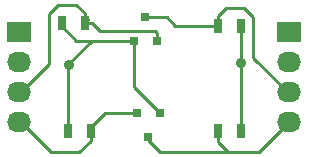
<source format=gtl>
G04 #@! TF.FileFunction,Copper,L1,Top,Signal*
%FSLAX46Y46*%
G04 Gerber Fmt 4.6, Leading zero omitted, Abs format (unit mm)*
G04 Created by KiCad (PCBNEW 0.201503020946+5465~21~ubuntu14.04.1-product) date Sat 21 Mar 2015 17:31:31 CET*
%MOMM*%
G01*
G04 APERTURE LIST*
%ADD10C,0.100000*%
%ADD11R,2.032000X1.727200*%
%ADD12O,2.032000X1.727200*%
%ADD13R,0.700000X1.300000*%
%ADD14R,0.800100X0.800100*%
%ADD15C,0.889000*%
%ADD16C,0.254000*%
G04 APERTURE END LIST*
D10*
D11*
X149860000Y-106680000D03*
D12*
X149860000Y-109220000D03*
X149860000Y-111760000D03*
X149860000Y-114300000D03*
D11*
X172720000Y-106680000D03*
D12*
X172720000Y-109220000D03*
X172720000Y-111760000D03*
X172720000Y-114300000D03*
D13*
X153482000Y-105918000D03*
X155382000Y-105918000D03*
X153990000Y-115062000D03*
X155890000Y-115062000D03*
X168590000Y-115062000D03*
X166690000Y-115062000D03*
X168590000Y-106172000D03*
X166690000Y-106172000D03*
D14*
X159578000Y-107426760D03*
X161478000Y-107426760D03*
X160528000Y-105427780D03*
X161732000Y-113553240D03*
X159832000Y-113553240D03*
X160782000Y-115552220D03*
D15*
X154051000Y-109474000D03*
X168656000Y-109347000D03*
D16*
X159578000Y-107426760D02*
X159578000Y-111399240D01*
X159578000Y-111399240D02*
X161732000Y-113553240D01*
X154690760Y-107426760D02*
X155993067Y-107426760D01*
X155993067Y-107426760D02*
X158923950Y-107426760D01*
X153990000Y-115062000D02*
X153990000Y-109429827D01*
X153990000Y-109429827D02*
X155993067Y-107426760D01*
X153482000Y-105918000D02*
X153482000Y-106218000D01*
X153482000Y-106218000D02*
X154690760Y-107426760D01*
X158923950Y-107426760D02*
X159578000Y-107426760D01*
X159705000Y-107537000D02*
X159290000Y-107537000D01*
X154051000Y-109474000D02*
X153998414Y-109421414D01*
X153998414Y-109421414D02*
X153998413Y-109421414D01*
X153998413Y-109421414D02*
X153990000Y-109429827D01*
X149860000Y-111760000D02*
X150012400Y-111760000D01*
X150012400Y-111760000D02*
X152400000Y-109372400D01*
X152400000Y-109372400D02*
X152400000Y-105156000D01*
X152400000Y-105156000D02*
X153162000Y-104394000D01*
X153162000Y-104394000D02*
X154686000Y-104394000D01*
X154686000Y-104394000D02*
X155382000Y-105090000D01*
X155382000Y-105090000D02*
X155382000Y-105918000D01*
X161478000Y-107426760D02*
X161478000Y-106772710D01*
X161478000Y-106772710D02*
X161350999Y-106645709D01*
X161350999Y-106645709D02*
X156713709Y-106645709D01*
X156713709Y-106645709D02*
X155986000Y-105918000D01*
X155986000Y-105918000D02*
X155382000Y-105918000D01*
X155636000Y-105664000D02*
X155382000Y-105298200D01*
X149860000Y-111760000D02*
X150291800Y-111760000D01*
X149860000Y-114300000D02*
X150012400Y-114300000D01*
X150012400Y-114300000D02*
X152552400Y-116840000D01*
X152552400Y-116840000D02*
X154940000Y-116840000D01*
X154940000Y-116840000D02*
X155890000Y-115890000D01*
X155890000Y-115890000D02*
X155890000Y-115062000D01*
X155890000Y-115062000D02*
X155890000Y-114762000D01*
X155890000Y-114762000D02*
X157098760Y-113553240D01*
X157098760Y-113553240D02*
X159177950Y-113553240D01*
X159177950Y-113553240D02*
X159832000Y-113553240D01*
X149860000Y-114300000D02*
X149860000Y-114554000D01*
X168590000Y-109347000D02*
X168590000Y-115062000D01*
X168590000Y-106172000D02*
X168590000Y-109347000D01*
X168656000Y-109347000D02*
X168590000Y-109347000D01*
X168590000Y-109347000D02*
X168656000Y-109347000D01*
X168656000Y-109347000D02*
X168590000Y-109347000D01*
X172720000Y-111760000D02*
X172567600Y-111760000D01*
X172567600Y-111760000D02*
X169672000Y-108864400D01*
X169672000Y-108864400D02*
X169672000Y-105410000D01*
X169672000Y-105410000D02*
X168910000Y-104648000D01*
X168910000Y-104648000D02*
X167386000Y-104648000D01*
X167386000Y-104648000D02*
X166690000Y-105344000D01*
X166690000Y-105344000D02*
X166690000Y-106172000D01*
X163068000Y-106172000D02*
X162323780Y-105427780D01*
X162323780Y-105427780D02*
X160528000Y-105427780D01*
X166690000Y-106172000D02*
X163068000Y-106172000D01*
X170180000Y-116840000D02*
X167513000Y-116840000D01*
X167513000Y-116840000D02*
X166690000Y-116017000D01*
X166690000Y-116017000D02*
X166690000Y-115062000D01*
X172720000Y-114300000D02*
X170180000Y-116840000D01*
X160782000Y-115824000D02*
X160782000Y-115552220D01*
X161798000Y-116840000D02*
X160782000Y-115824000D01*
X167513000Y-116840000D02*
X161798000Y-116840000D01*
M02*

</source>
